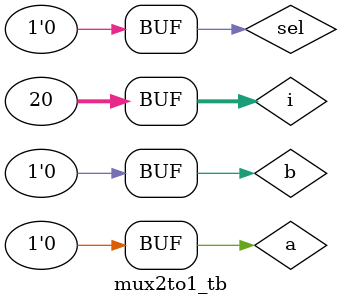
<source format=sv>
module mux2to1_tb ();
  
  reg a;
  reg b;
  reg sel;
  wire y;
  
  mux2to1 MUX (
    .a(a),
    .b(b),
    .sel(sel),
    .y(y)
  ); 
  
  integer i;
  
  initial begin
    a = 1'b0;
    b = 1'b0;
    sel = 1'b0;
    #5;
    for (i=0; i<20; i++) begin
      a = ~a;
      b = 1'b0;
      sel = ~sel;
      #5;
    end
  end
  
  initial begin
    $dumpfile("mux2to1.vcd");
    $dumpvars(0, mux2to1_tb);
  end
  
endmodule

</source>
